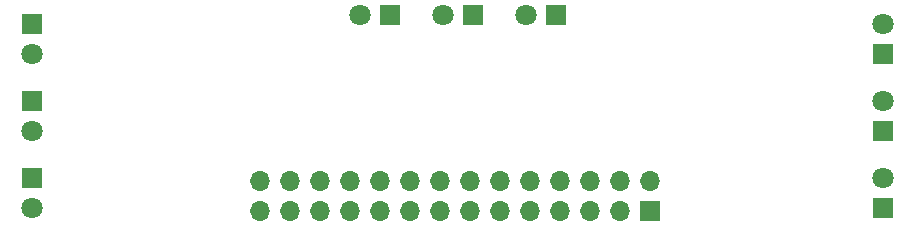
<source format=gbr>
%TF.GenerationSoftware,KiCad,Pcbnew,8.0.0*%
%TF.CreationDate,2024-03-24T17:38:24+02:00*%
%TF.ProjectId,Sensing1_0,53656e73-696e-4673-915f-302e6b696361,rev?*%
%TF.SameCoordinates,Original*%
%TF.FileFunction,Soldermask,Bot*%
%TF.FilePolarity,Negative*%
%FSLAX46Y46*%
G04 Gerber Fmt 4.6, Leading zero omitted, Abs format (unit mm)*
G04 Created by KiCad (PCBNEW 8.0.0) date 2024-03-24 17:38:24*
%MOMM*%
%LPD*%
G01*
G04 APERTURE LIST*
%ADD10R,1.800000X1.800000*%
%ADD11C,1.800000*%
%ADD12O,1.700000X1.700000*%
%ADD13R,1.700000X1.700000*%
G04 APERTURE END LIST*
D10*
%TO.C,D7*%
X155525000Y-59275000D03*
D11*
X155525000Y-56735000D03*
%TD*%
D10*
%TO.C,D6*%
X127775000Y-42975000D03*
D11*
X125235000Y-42975000D03*
%TD*%
D10*
%TO.C,D4*%
X83475000Y-43725000D03*
D11*
X83475000Y-46265000D03*
%TD*%
D10*
%TO.C,D3*%
X155525000Y-46275000D03*
D11*
X155525000Y-43735000D03*
%TD*%
D10*
%TO.C,D2*%
X113775000Y-42975000D03*
D11*
X111235000Y-42975000D03*
%TD*%
D10*
%TO.C,D1*%
X83475000Y-56725000D03*
D11*
X83475000Y-59265000D03*
%TD*%
D12*
%TO.C,J1*%
X102780000Y-56960000D03*
X102780000Y-59500000D03*
X105320000Y-56960000D03*
X105320000Y-59500000D03*
X107860000Y-56960000D03*
X107860000Y-59500000D03*
X110400000Y-56960000D03*
X110400000Y-59500000D03*
X112940000Y-56960000D03*
X112940000Y-59500000D03*
X115480000Y-56960000D03*
X115480000Y-59500000D03*
X118020000Y-56960000D03*
X118020000Y-59500000D03*
X120560000Y-56960000D03*
X120560000Y-59500000D03*
X123100000Y-56960000D03*
X123100000Y-59500000D03*
X125640000Y-56960000D03*
X125640000Y-59500000D03*
X128180000Y-56960000D03*
X128180000Y-59500000D03*
X130720000Y-56960000D03*
X130720000Y-59500000D03*
X133260000Y-56960000D03*
X133260000Y-59500000D03*
X135800000Y-56960000D03*
D13*
X135800000Y-59500000D03*
%TD*%
D10*
%TO.C,D9*%
X155525000Y-52775000D03*
D11*
X155525000Y-50235000D03*
%TD*%
D10*
%TO.C,D8*%
X120775000Y-42975000D03*
D11*
X118235000Y-42975000D03*
%TD*%
D10*
%TO.C,D5*%
X83475000Y-50225000D03*
D11*
X83475000Y-52765000D03*
%TD*%
M02*

</source>
